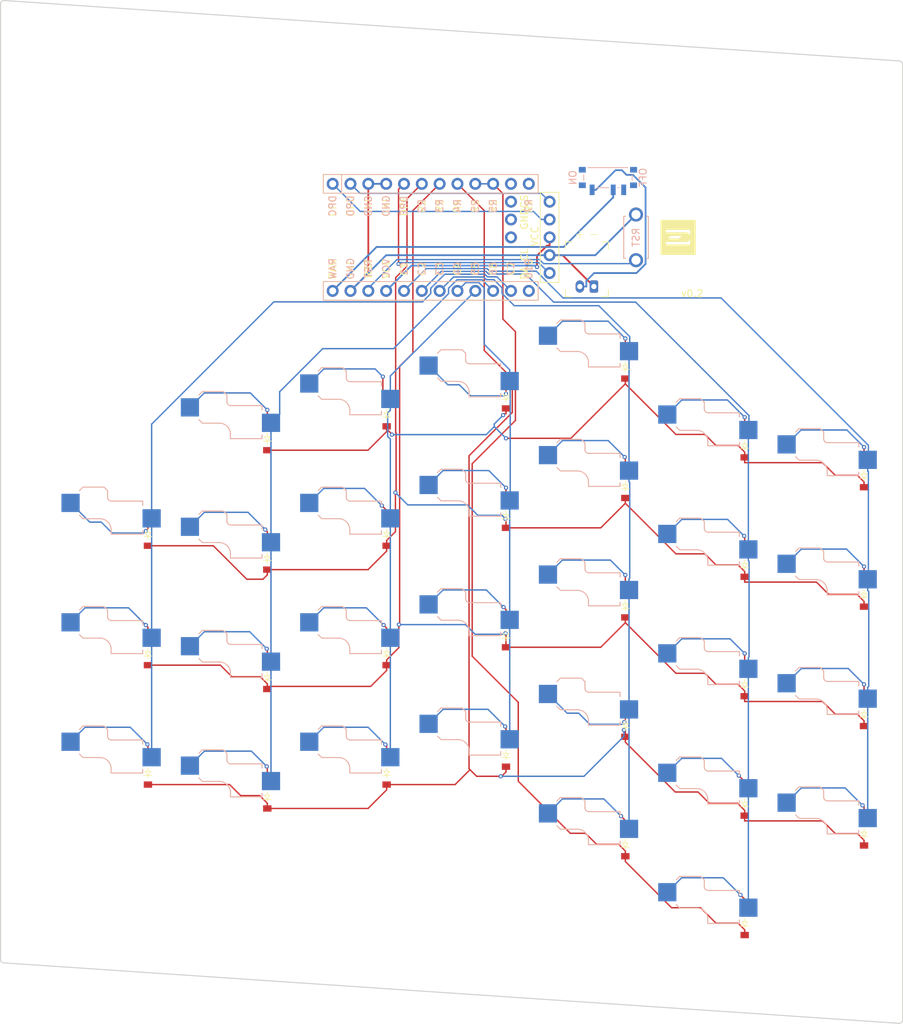
<source format=kicad_pcb>
(kicad_pcb
	(version 20240108)
	(generator "pcbnew")
	(generator_version "8.0")
	(general
		(thickness 1.6)
		(legacy_teardrops no)
	)
	(paper "A3")
	(title_block
		(title "right")
		(date "2025-06-25")
		(rev "v0.2")
		(company "Happily-Coding")
	)
	(layers
		(0 "F.Cu" signal)
		(31 "B.Cu" signal)
		(32 "B.Adhes" user "B.Adhesive")
		(33 "F.Adhes" user "F.Adhesive")
		(34 "B.Paste" user)
		(35 "F.Paste" user)
		(36 "B.SilkS" user "B.Silkscreen")
		(37 "F.SilkS" user "F.Silkscreen")
		(38 "B.Mask" user)
		(39 "F.Mask" user)
		(40 "Dwgs.User" user "User.Drawings")
		(41 "Cmts.User" user "User.Comments")
		(42 "Eco1.User" user "User.Eco1")
		(43 "Eco2.User" user "User.Eco2")
		(44 "Edge.Cuts" user)
		(45 "Margin" user)
		(46 "B.CrtYd" user "B.Courtyard")
		(47 "F.CrtYd" user "F.Courtyard")
		(48 "B.Fab" user)
		(49 "F.Fab" user)
	)
	(setup
		(pad_to_mask_clearance 0.05)
		(allow_soldermask_bridges_in_footprints no)
		(pcbplotparams
			(layerselection 0x00010fc_ffffffff)
			(plot_on_all_layers_selection 0x0000000_00000000)
			(disableapertmacros no)
			(usegerberextensions no)
			(usegerberattributes yes)
			(usegerberadvancedattributes yes)
			(creategerberjobfile yes)
			(dashed_line_dash_ratio 12.000000)
			(dashed_line_gap_ratio 3.000000)
			(svgprecision 4)
			(plotframeref no)
			(viasonmask no)
			(mode 1)
			(useauxorigin no)
			(hpglpennumber 1)
			(hpglpenspeed 20)
			(hpglpendiameter 15.000000)
			(pdf_front_fp_property_popups yes)
			(pdf_back_fp_property_popups yes)
			(dxfpolygonmode yes)
			(dxfimperialunits yes)
			(dxfusepcbnewfont yes)
			(psnegative no)
			(psa4output no)
			(plotreference yes)
			(plotvalue yes)
			(plotfptext yes)
			(plotinvisibletext no)
			(sketchpadsonfab no)
			(subtractmaskfromsilk no)
			(outputformat 1)
			(mirror no)
			(drillshape 1)
			(scaleselection 1)
			(outputdirectory "")
		)
	)
	(net 0 "")
	(net 1 "mirror_col1_row4")
	(net 2 "C1")
	(net 3 "GND")
	(net 4 "mirror_col1_row3")
	(net 5 "mirror_col1_row2")
	(net 6 "mirror_col1_row1")
	(net 7 "mirror_col2_row5")
	(net 8 "C2")
	(net 9 "mirror_col2_row4")
	(net 10 "mirror_col2_row3")
	(net 11 "mirror_col2_row2")
	(net 12 "mirror_col2_row1")
	(net 13 "mirror_col3_row5")
	(net 14 "C3")
	(net 15 "mirror_col3_row4")
	(net 16 "mirror_col3_row3")
	(net 17 "mirror_col3_row2")
	(net 18 "mirror_col3_row1")
	(net 19 "mirror_col4_row4")
	(net 20 "C4")
	(net 21 "mirror_col4_row3")
	(net 22 "mirror_col4_row2")
	(net 23 "mirror_col4_row1")
	(net 24 "mirror_col5_row4")
	(net 25 "C5")
	(net 26 "mirror_col5_row3")
	(net 27 "mirror_col5_row2")
	(net 28 "mirror_col5_row1")
	(net 29 "mirror_col6_row4")
	(net 30 "C6")
	(net 31 "mirror_col6_row3")
	(net 32 "mirror_col6_row2")
	(net 33 "mirror_col6_row1")
	(net 34 "mirror_col7_row4")
	(net 35 "C7")
	(net 36 "mirror_col7_row3")
	(net 37 "mirror_col7_row2")
	(net 38 "R4")
	(net 39 "R3")
	(net 40 "R2")
	(net 41 "R1")
	(net 42 "R5")
	(net 43 "RAW")
	(net 44 "RST")
	(net 45 "VCC")
	(net 46 "P10")
	(net 47 "DPC")
	(net 48 "DPD")
	(net 49 "DPE")
	(net 50 "R6")
	(net 51 "R7")
	(net 52 "P101")
	(net 53 "P102")
	(net 54 "P107")
	(net 55 "BAT_P")
	(footprint "ceoloide:diode_tht_sod123" (layer "F.Cu") (at 312.75 32.03 90))
	(footprint "ceoloide:diode_tht_sod123" (layer "F.Cu") (at 312.75 83.03 90))
	(footprint "ceoloide:diode_tht_sod123" (layer "F.Cu") (at 312.75 15.03 90))
	(footprint "ceoloide:diode_tht_sod123" (layer "F.Cu") (at 329.75 77.25 90))
	(footprint "ceoloide:diode_tht_sod123" (layer "F.Cu") (at 329.75 26.25 90))
	(footprint "ceoloide:diode_tht_sod123" (layer "F.Cu") (at 329.75 94.25 90))
	(footprint "ceoloide:battery_connector_jst_ph_2" (layer "F.Cu") (at 307.27 3.58 180))
	(footprint "ceoloide:diode_tht_sod123" (layer "F.Cu") (at 244.75 38.83 90))
	(footprint "ceoloide:diode_tht_sod123" (layer "F.Cu") (at 261.75 76.23 90))
	(footprint "ceoloide:diode_tht_sod123" (layer "F.Cu") (at 295.75 70.28 90))
	(footprint "ceoloide:diode_tht_sod123" (layer "F.Cu") (at 244.75 72.83 90))
	(footprint "ceoloide:utility_ergogen_logo" (layer "F.Cu") (at 320.27 -3.42))
	(footprint "ceoloide:diode_tht_sod123" (layer "F.Cu") (at 278.75 38.83 90))
	(footprint "ceoloide:mcu_nice_nano" (layer "F.Cu") (at 283.76 -3.42 90))
	(footprint "ceoloide:display_nice_view" (layer "F.Cu") (at 285.26 -3.42 90))
	(footprint "ceoloide:diode_tht_sod123" (layer "F.Cu") (at 295.75 53.28 90))
	(footprint "ceoloide:diode_tht_sod123" (layer "F.Cu") (at 278.75 72.83 90))
	(footprint "ceoloide:diode_tht_sod123" (layer "F.Cu") (at 329.75 60.25 90))
	(footprint "ceoloide:diode_tht_sod123" (layer "F.Cu") (at 312.75 66.03 90))
	(footprint "ceoloide:diode_tht_sod123" (layer "F.Cu") (at 346.75 30.5 90))
	(footprint "ceoloide:diode_tht_sod123" (layer "F.Cu") (at 312.75 49.03 90))
	(footprint "ceoloide:diode_tht_sod123" (layer "F.Cu") (at 261.75 59.23 90))
	(footprint "ceoloide:diode_tht_sod123" (layer "F.Cu") (at 346.75 47.5 90))
	(footprint "ceoloide:diode_tht_sod123" (layer "F.Cu") (at 278.75 21.83 90))
	(footprint "ceoloide:diode_tht_sod123" (layer "F.Cu") (at 244.75 55.83 90))
	(footprint "ceoloide:diode_tht_sod123" (layer "F.Cu") (at 295.75 19.28 90))
	(footprint "ceoloide:diode_tht_sod123" (layer "F.Cu") (at 346.75 81.5 90))
	(footprint "ceoloide:diode_tht_sod123" (layer "F.Cu") (at 346.75 64.5 90))
	(footprint "ceoloide:diode_tht_sod123" (layer "F.Cu") (at 329.75 43.25 90))
	(footprint "ceoloide:diode_tht_sod123" (layer "F.Cu") (at 295.75 36.28 90))
	(footprint "ceoloide:diode_tht_sod123" (layer "F.Cu") (at 261.75 42.23 90))
	(footprint "ceoloide:diode_tht_sod123" (layer "F.Cu") (at 278.75 55.83 90))
	(footprint "ceoloide:diode_tht_sod123" (layer "F.Cu") (at 261.75 25.23 90))
	(footprint "ceoloide:switch_choc_v1_v2" (layer "B.Cu") (at 271 74.33))
	(footprint "ceoloide:switch_choc_v1_v2" (layer "B.Cu") (at 305 33.53))
	(footprint "ceoloide:switch_choc_v1_v2" (layer "B.Cu") (at 322 78.75))
	(footprint "ceoloide:switch_choc_v1_v2" (layer "B.Cu") (at 271 57.33))
	(footprint "ceoloide:switch_choc_v1_v2" (layer "B.Cu") (at 305 16.53))
	(footprint "ceoloide:switch_choc_v1_v2" (layer "B.Cu") (at 237 74.33))
	(footprint "ceoloide:switch_choc_v1_v2" (layer "B.Cu") (at 305 67.53))
	(footprint "ceoloide:switch_choc_v1_v2" (layer "B.Cu") (at 339 32))
	(footprint "ceoloide:switch_choc_v1_v2" (layer "B.Cu") (at 322 44.75))
	(footprint "ceoloide:switch_choc_v1_v2" (layer "B.Cu") (at 322 95.75))
	(footprint "ceoloide:switch_choc_v1_v2" (layer "B.Cu") (at 305 50.53))
	(footprint "ceoloide:switch_choc_v1_v2" (layer "B.Cu") (at 237 57.33))
	(footprint "ceoloide:switch_choc_v1_v2" (layer "B.Cu") (at 271 40.33))
	(footprint "ceoloide:switch_choc_v1_v2" (layer "B.Cu") (at 288 71.78))
	(footprint "ceoloide:switch_choc_v1_v2" (layer "B.Cu") (at 254 43.73))
	(footprint "ceoloide:switch_choc_v1_v2" (layer "B.Cu") (at 322 27.75))
	(footprint "ceoloide:switch_choc_v1_v2" (layer "B.Cu") (at 288 37.78))
	(footprint "ceoloide:power_switch_smd_side"
		(layer "B.Cu")
		(uuid "8a0cd550-b245-486f-944e-03093096655c")
		(at 310.27 -11.92 90)
		(property "Reference" "PWR1"
			(at -3.6 0 0)
			(layer "B.SilkS")
			(hide yes)
			(uuid "2184be78-8a0e-4789-a2ba-78a4fe795113")
			(effects
				(font
					(size 1 1)
					(thickness 0.15)
				)
			)
		)
		(property "Value" ""
			(at 0 0 90)
			(layer "F.Fab")
			(uuid "8ba01229-425b-4df8-a39a-4abd62bbc4c0")
			(effects
				(font
					(size 1.27 1.27)
					(thickness 0.15)
				)
			)
		)
		(property "Footprint" ""
			(at 0 0 90)
			(layer "F.Fab")
			(hide yes)
			(uuid "5c162237-bc17-463c-8a22-e5322ce64953")
			(effects
				(font
					(size 1.27 1.27)
					(thickness 0.15)
				)
			)
		)
		(property "Datasheet" ""
			(at 0 0 90)
			(layer "F.Fab")
			(hide yes)
			(uuid "3707a381-0234-4404-ae97-038d6d625ef4")
			(effects
				(font
					(size 1.27 1.27)
					(thickness 0.15)
				)
			)
		)
		(property "Description" ""
			(at 0 0 90)
			(layer "F.Fab")
			(hide yes)
			(uuid "97cfcfe4-d692-4557-97fa-7a3294cb1af2")
			(effects
				(font
					(size 1.27 1.27)
					(thickness 0.15)
				)
			)
		)
		(attr smd)
		(fp_line
			(start -0.375 -3.45)
			(end 0.415 -3.45)
			(stroke
				(width 0.12)
				(type solid)
			)
			(layer "B.SilkS")
			(uuid "040844e4-d068-480e-88cf-9d35962aaa7d")
		)
		(fp_line
			(start 1.425 -2.85)
			(end 1.425 2.85)
			(stroke
				(width 0.12)
				(type solid)
			)
			(layer "B.SilkS")
			(uuid "b2a12094-b706-4b6e-8496-e75b31f24ddd")
		)
		(fp_line
			(start -1.425 -1.6)
			(end -1.425 0.1)
			(stroke
				(width 0.12)
				(type solid)
			)
			(layer "B.SilkS")
			(uuid "73acbcdb-fc08-426a-b162-9853ddcabe49")
		)
		(fp_line
			(start -1.425 1.4)
			(end -1.425 1.6)
			(stroke
				(width 0.12)
				(type solid)
			)
			(layer "B.SilkS")
			(uuid "0bf88737-d359-4bb4-981a-87f737dfee68")
		)
		(fp_line
			(start 0.415 3.45)
			(end -0.375 3.45)
			(stroke
				(width 0.12)
				(type solid)
			)
			(layer "B.SilkS")
			(uuid "e65d268a-7270-450a-bcb6-49ebe1b0eb5d")
		)
		(fp_line
			(start 1.295 -3.35)
			(end 1.295 3.35)
			(stroke
				(width 0.1)
				(type solid)
			)
			(layer "B.Fab")
			(uuid "a9368a47-cf7b-484f-bd46-5df76f9fda9c")
		)
		(fp_line
			(start -1.305 -3.35)
			(end 1.295 -3.35)
			(stroke
				(width 0.1)
				(type solid)
			)
			(layer "B.Fab")
			(uuid "33ce637b-4cf2-4dca-ab38-6958b553eef7")
		)
		(fp_line
			(start 2.645 -1.4)
			(end 2.84
... [143199 chars truncated]
</source>
